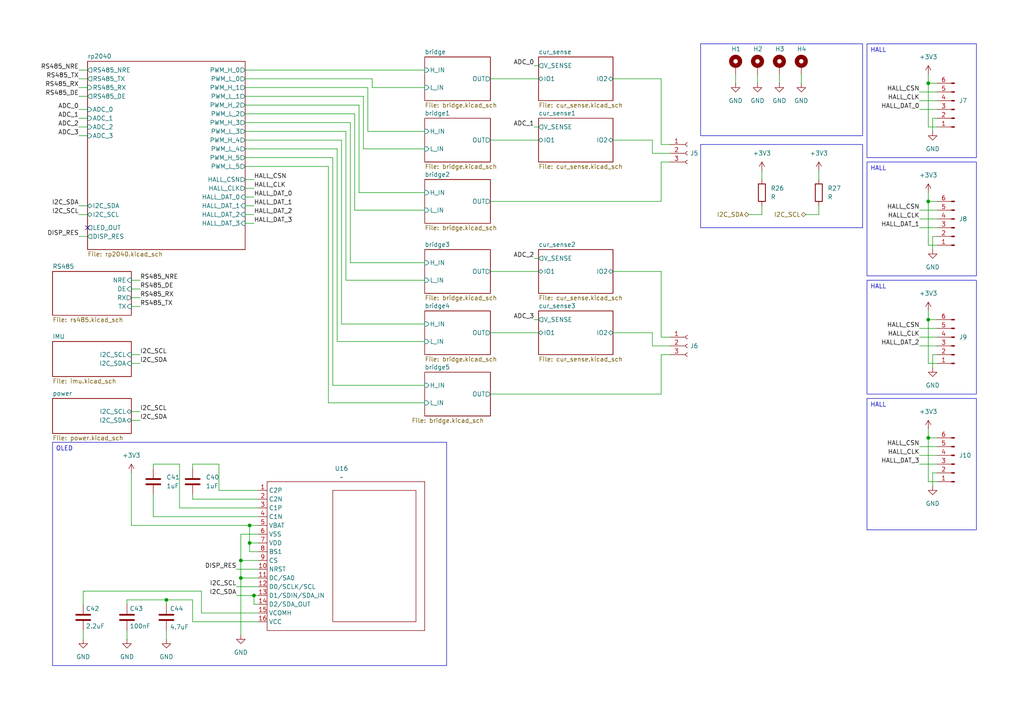
<source format=kicad_sch>
(kicad_sch (version 20231120) (generator "eeschema") (generator_version "8.0")
  (paper "A4")
  (lib_symbols
    (symbol "Connector:Conn_01x03_Socket" (pin_names (offset 1.016) hide)
      (property "Reference" "J" (at 0 5.08 0))
      (property "Value" "Conn_01x03_Socket" (at 0 -5.08 0))
      (symbol "Conn_01x03_Socket_1_1"
        (arc (start 0 -2.032) (mid -0.5058 -2.54) (end 0 -3.048) (stroke (width 0.1524)))
        (polyline (pts (xy -1.27 -2.54) (xy -0.508 -2.54)) (stroke (width 0.1524)))
        (polyline (pts (xy -1.27 0) (xy -0.508 0)) (stroke (width 0.1524)))
        (polyline (pts (xy -1.27 2.54) (xy -0.508 2.54)) (stroke (width 0.1524)))
        (arc (start 0 0.508) (mid -0.5058 0) (end 0 -0.508) (stroke (width 0.1524)))
        (arc (start 0 3.048) (mid -0.5058 2.54) (end 0 2.032) (stroke (width 0.1524)))
        (pin passive line (at -5.08 2.54 0) (length 3.81) (name "Pin_1") (number "1"))
        (pin passive line (at -5.08 0 0) (length 3.81) (name "Pin_2") (number "2"))
        (pin passive line (at -5.08 -2.54 0) (length 3.81) (name "Pin_3") (number "3"))
      )
    )
    (symbol "Connector:Conn_01x06_Pin" (pin_names (offset 1.016) hide)
      (property "Reference" "J" (at 0 7.62 0))
      (property "Value" "Conn_01x06_Pin" (at 0 -10.16 0))
      (symbol "Conn_01x06_Pin_1_1"
        (polyline (pts (xy 1.27 -7.62) (xy 0.8636 -7.62)) (stroke (width 0.1524)))
        (polyline (pts (xy 1.27 -5.08) (xy 0.8636 -5.08)) (stroke (width 0.1524)))
        (polyline (pts (xy 1.27 -2.54) (xy 0.8636 -2.54)) (stroke (width 0.1524)))
        (polyline (pts (xy 1.27 0) (xy 0.8636 0)) (stroke (width 0.1524)))
        (polyline (pts (xy 1.27 2.54) (xy 0.8636 2.54)) (stroke (width 0.1524)))
        (polyline (pts (xy 1.27 5.08) (xy 0.8636 5.08)) (stroke (width 0.1524)))
        (rectangle (start 0.8636 -7.493) (end 0 -7.747) (stroke (width 0.1524)) (fill (type outline)))
        (rectangle (start 0.8636 -4.953) (end 0 -5.207) (stroke (width 0.1524)) (fill (type outline)))
        (rectangle (start 0.8636 -2.413) (end 0 -2.667) (stroke (width 0.1524)) (fill (type outline)))
        (rectangle (start 0.8636 0.127) (end 0 -0.127) (stroke (width 0.1524)) (fill (type outline)))
        (rectangle (start 0.8636 2.667) (end 0 2.413) (stroke (width 0.1524)) (fill (type outline)))
        (rectangle (start 0.8636 5.207) (end 0 4.953) (stroke (width 0.1524)) (fill (type outline)))
        (pin passive line (at 5.08 5.08 180) (length 3.81) (name "Pin_1") (number "1"))
        (pin passive line (at 5.08 2.54 180) (length 3.81) (name "Pin_2") (number "2"))
        (pin passive line (at 5.08 0 180) (length 3.81) (name "Pin_3") (number "3"))
        (pin passive line (at 5.08 -2.54 180) (length 3.81) (name "Pin_4") (number "4"))
        (pin passive line (at 5.08 -5.08 180) (length 3.81) (name "Pin_5") (number "5"))
        (pin passive line (at 5.08 -7.62 180) (length 3.81) (name "Pin_6") (number "6"))
      )
    )
    (symbol "Device:C" (pin_numbers hide) (pin_names (offset 0.254))
      (property "Reference" "C" (at 0.635 2.54 0))
      (property "Value" "C" (at 0.635 -2.54 0))
      (symbol "C_0_1"
        (polyline (pts (xy -2.032 -0.762) (xy 2.032 -0.762)) (stroke (width 0.508)))
        (polyline (pts (xy -2.032 0.762) (xy 2.032 0.762)) (stroke (width 0.508)))
      )
      (symbol "C_1_1"
        (pin passive line (at 0 3.81 270) (length 2.794) (name "~") (number "1"))
        (pin passive line (at 0 -3.81 90) (length 2.794) (name "~") (number "2"))
      )
    )
    (symbol "Device:R" (pin_numbers hide) (pin_names (offset 0))
      (property "Reference" "R" (at 2.032 0 90))
      (property "Value" "R" (at 0 0 90))
      (symbol "R_0_1"
        (rectangle (start -1.016 -2.54) (end 1.016 2.54) (stroke (width 0.254)))
      )
      (symbol "R_1_1"
        (pin passive line (at 0 3.81 270) (length 1.27) (name "~") (number "1"))
        (pin passive line (at 0 -3.81 90) (length 1.27) (name "~") (number "2"))
      )
    )
    (symbol "Mechanical:MountingHole_Pad" (pin_numbers hide) (pin_names (offset 1.016) hide) (exclude_from_sim yes) (in_bom no)
      (property "Reference" "H" (at 0 6.35 0))
      (property "Value" "MountingHole_Pad" (at 0 4.445 0))
      (symbol "MountingHole_Pad_0_1"
        (circle (center 0 1.27) (radius 1.27) (stroke (width 1.27)))
      )
      (symbol "MountingHole_Pad_1_1"
        (pin input line (at 0 -2.54 90) (length 2.54) (name "1") (number "1"))
      )
    )
    (symbol "power:+3V3" (power) (pin_numbers hide) (pin_names (offset 0) hide)
      (property "Value" "+3V3" (at 0 3.556 0))
      (symbol "+3V3_0_1"
        (polyline (pts (xy -0.762 1.27) (xy 0 2.54)))
        (polyline (pts (xy 0 0) (xy 0 2.54)))
        (polyline (pts (xy 0 2.54) (xy 0.762 1.27)))
      )
      (symbol "+3V3_1_1"
        (pin power_in line (at 0 0 90) (length 0) (name "~") (number "1"))
      )
    )
    (symbol "power:GND" (power) (pin_numbers hide) (pin_names (offset 0) hide)
      (property "Value" "GND" (at 0 -3.81 0))
      (symbol "GND_0_1"
        (polyline (pts (xy 0 0) (xy 0 -1.27) (xy 1.27 -1.27) (xy 0 -2.54) (xy -1.27 -1.27) (xy 0 -1.27)))
      )
      (symbol "GND_1_1"
        (pin power_in line (at 0 0 270) (length 0) (name "~") (number "1"))
      )
    )
    (symbol "unicorn_lib:OLED"
      (property "Reference" "U" (at -13.97 7.62 0))
      (symbol "OLED_0_1"
        (rectangle (start -19.05 21.59) (end 26.67 -21.59))
        (rectangle (start 0 19.05) (end 24.13 -19.05))
      )
      (symbol "OLED_1_1"
        (pin bidirectional line (at -21.59 19.05 0) (length 2.54) (name "C2P") (number "1"))
        (pin bidirectional line (at -21.59 -3.81 0) (length 2.54) (name "NRST") (number "10"))
        (pin bidirectional line (at -21.59 -6.35 0) (length 2.54) (name "DC/SA0") (number "11"))
        (pin bidirectional line (at -21.59 -8.89 0) (length 2.54) (name "D0/SCLK/SCL") (number "12"))
        (pin bidirectional line (at -21.59 -11.43 0) (length 2.54) (name "D1/SDIN/SDA_IN") (number "13"))
        (pin bidirectional line (at -21.59 -13.97 0) (length 2.54) (name "D2/SDA_OUT") (number "14"))
        (pin bidirectional line (at -21.59 -16.51 0) (length 2.54) (name "VCOMH") (number "15"))
        (pin bidirectional line (at -21.59 -19.05 0) (length 2.54) (name "VCC") (number "16"))
        (pin bidirectional line (at -21.59 16.51 0) (length 2.54) (name "C2N") (number "2"))
        (pin bidirectional line (at -21.59 13.97 0) (length 2.54) (name "C1P") (number "3"))
        (pin bidirectional line (at -21.59 11.43 0) (length 2.54) (name "C1N") (number "4"))
        (pin bidirectional line (at -21.59 8.89 0) (length 2.54) (name "VBAT") (number "5"))
        (pin bidirectional line (at -21.59 6.35 0) (length 2.54) (name "VSS") (number "6"))
        (pin bidirectional line (at -21.59 3.81 0) (length 2.54) (name "VDD") (number "7"))
        (pin bidirectional line (at -21.59 1.27 0) (length 2.54) (name "BS1") (number "8"))
        (pin bidirectional line (at -21.59 -1.27 0) (length 2.54) (name "CS") (number "9"))
      )
    )
  )
  (junction (at 269.24 58.42))
  (junction (at 72.39 157.48))
  (junction (at 72.39 152.4))
  (junction (at 269.24 92.71))
  (junction (at 73.66 172.72))
  (junction (at 69.85 162.56))
  (junction (at 69.85 167.64))
  (junction (at 48.26 173.99))
  (junction (at 269.24 24.13))
  (junction (at 269.24 127))
  (no_connect (at 25.4 66.04))
  (wire (pts (xy 55.88 144.78) (xy 55.88 143.51)))
  (wire (pts (xy 97.79 43.18) (xy 71.12 43.18)))
  (wire (pts (xy 99.06 40.64) (xy 99.06 93.98)))
  (wire (pts (xy 95.25 116.84) (xy 95.25 48.26)))
  (wire (pts (xy 107.95 25.4) (xy 123.19 25.4)))
  (wire (pts (xy 142.24 58.42) (xy 191.77 58.42)))
  (wire (pts (xy 100.33 81.28) (xy 100.33 38.1)))
  (wire (pts (xy 269.24 24.13) (xy 271.78 24.13)))
  (wire (pts (xy 266.7 31.75) (xy 271.78 31.75)))
  (wire (pts (xy 123.19 60.96) (xy 102.87 60.96)))
  (wire (pts (xy 154.94 74.93) (xy 156.21 74.93)))
  (wire (pts (xy 105.41 43.18) (xy 123.19 43.18)))
  (wire (pts (xy 177.8 96.52) (xy 189.23 96.52)))
  (wire (pts (xy 55.88 173.99) (xy 55.88 180.34)))
  (wire (pts (xy 107.95 22.86) (xy 107.95 25.4)))
  (wire (pts (xy 71.12 27.94) (xy 105.41 27.94)))
  (wire (pts (xy 142.24 114.3) (xy 191.77 114.3)))
  (wire (pts (xy 38.1 137.16) (xy 38.1 152.4)))
  (wire (pts (xy 72.39 157.48) (xy 72.39 160.02)))
  (wire (pts (xy 213.36 21.59) (xy 213.36 24.13)))
  (wire (pts (xy 40.64 121.92) (xy 38.1 121.92)))
  (wire (pts (xy 68.58 170.18) (xy 74.93 170.18)))
  (wire (pts (xy 44.45 143.51) (xy 44.45 149.86)))
  (wire (pts (xy 22.86 25.4) (xy 25.4 25.4)))
  (wire (pts (xy 99.06 93.98) (xy 123.19 93.98)))
  (wire (pts (xy 269.24 36.83) (xy 269.24 24.13)))
  (wire (pts (xy 269.24 71.12) (xy 269.24 58.42)))
  (wire (pts (xy 269.24 58.42) (xy 271.78 58.42)))
  (wire (pts (xy 266.7 66.04) (xy 271.78 66.04)))
  (wire (pts (xy 52.07 134.62) (xy 52.07 147.32)))
  (wire (pts (xy 270.51 34.29) (xy 271.78 34.29)))
  (wire (pts (xy 191.77 41.91) (xy 194.31 41.91)))
  (wire (pts (xy 22.86 36.83) (xy 25.4 36.83)))
  (wire (pts (xy 69.85 154.94) (xy 74.93 154.94)))
  (wire (pts (xy 40.64 81.28) (xy 38.1 81.28)))
  (wire (pts (xy 40.64 86.36) (xy 38.1 86.36)))
  (wire (pts (xy 232.41 21.59) (xy 232.41 24.13)))
  (wire (pts (xy 71.12 22.86) (xy 107.95 22.86)))
  (wire (pts (xy 96.52 111.76) (xy 123.19 111.76)))
  (wire (pts (xy 48.26 182.88) (xy 48.26 185.42)))
  (wire (pts (xy 191.77 58.42) (xy 191.77 46.99)))
  (wire (pts (xy 40.64 102.87) (xy 38.1 102.87)))
  (wire (pts (xy 58.42 171.45) (xy 24.13 171.45)))
  (wire (pts (xy 24.13 171.45) (xy 24.13 175.26)))
  (wire (pts (xy 71.12 40.64) (xy 99.06 40.64)))
  (wire (pts (xy 104.14 30.48) (xy 104.14 55.88)))
  (wire (pts (xy 269.24 92.71) (xy 271.78 92.71)))
  (wire (pts (xy 71.12 25.4) (xy 106.68 25.4)))
  (wire (pts (xy 154.94 36.83) (xy 156.21 36.83)))
  (wire (pts (xy 271.78 105.41) (xy 269.24 105.41)))
  (wire (pts (xy 48.26 173.99) (xy 55.88 173.99)))
  (wire (pts (xy 40.64 119.38) (xy 38.1 119.38)))
  (wire (pts (xy 269.24 58.42) (xy 269.24 55.88)))
  (wire (pts (xy 40.64 83.82) (xy 38.1 83.82)))
  (wire (pts (xy 270.51 38.1) (xy 270.51 34.29)))
  (wire (pts (xy 22.86 31.75) (xy 25.4 31.75)))
  (wire (pts (xy 74.93 175.26) (xy 73.66 175.26)))
  (wire (pts (xy 266.7 63.5) (xy 271.78 63.5)))
  (wire (pts (xy 237.49 49.53) (xy 237.49 52.07)))
  (wire (pts (xy 269.24 105.41) (xy 269.24 92.71)))
  (wire (pts (xy 220.98 49.53) (xy 220.98 52.07)))
  (wire (pts (xy 271.78 71.12) (xy 269.24 71.12)))
  (wire (pts (xy 71.12 54.61) (xy 73.66 54.61)))
  (wire (pts (xy 191.77 114.3) (xy 191.77 102.87)))
  (wire (pts (xy 106.68 25.4) (xy 106.68 38.1)))
  (wire (pts (xy 55.88 144.78) (xy 74.93 144.78)))
  (wire (pts (xy 73.66 172.72) (xy 73.66 175.26)))
  (wire (pts (xy 36.83 173.99) (xy 48.26 173.99)))
  (wire (pts (xy 22.86 20.32) (xy 25.4 20.32)))
  (wire (pts (xy 101.6 35.56) (xy 101.6 76.2)))
  (wire (pts (xy 266.7 134.62) (xy 271.78 134.62)))
  (wire (pts (xy 48.26 173.99) (xy 48.26 175.26)))
  (wire (pts (xy 73.66 172.72) (xy 74.93 172.72)))
  (wire (pts (xy 55.88 134.62) (xy 63.5 134.62)))
  (wire (pts (xy 44.45 135.89) (xy 44.45 134.62)))
  (wire (pts (xy 191.77 46.99) (xy 194.31 46.99)))
  (wire (pts (xy 269.24 24.13) (xy 269.24 21.59)))
  (wire (pts (xy 270.51 72.39) (xy 270.51 68.58)))
  (wire (pts (xy 237.49 62.23) (xy 237.49 59.69)))
  (wire (pts (xy 22.86 22.86) (xy 25.4 22.86)))
  (wire (pts (xy 71.12 52.07) (xy 73.66 52.07)))
  (wire (pts (xy 191.77 78.74) (xy 191.77 97.79)))
  (wire (pts (xy 69.85 167.64) (xy 69.85 162.56)))
  (wire (pts (xy 106.68 38.1) (xy 123.19 38.1)))
  (wire (pts (xy 189.23 40.64) (xy 189.23 44.45)))
  (wire (pts (xy 104.14 55.88) (xy 123.19 55.88)))
  (wire (pts (xy 271.78 36.83) (xy 269.24 36.83)))
  (wire (pts (xy 191.77 102.87) (xy 194.31 102.87)))
  (wire (pts (xy 270.51 140.97) (xy 270.51 137.16)))
  (wire (pts (xy 123.19 99.06) (xy 97.79 99.06)))
  (wire (pts (xy 269.24 127) (xy 271.78 127)))
  (wire (pts (xy 22.86 62.23) (xy 25.4 62.23)))
  (wire (pts (xy 96.52 45.72) (xy 96.52 111.76)))
  (wire (pts (xy 69.85 167.64) (xy 74.93 167.64)))
  (wire (pts (xy 226.06 21.59) (xy 226.06 24.13)))
  (wire (pts (xy 71.12 45.72) (xy 96.52 45.72)))
  (wire (pts (xy 95.25 48.26) (xy 71.12 48.26)))
  (wire (pts (xy 266.7 95.25) (xy 271.78 95.25)))
  (wire (pts (xy 266.7 100.33) (xy 271.78 100.33)))
  (wire (pts (xy 36.83 182.88) (xy 36.83 185.42)))
  (wire (pts (xy 58.42 177.8) (xy 58.42 171.45)))
  (wire (pts (xy 63.5 134.62) (xy 63.5 142.24)))
  (wire (pts (xy 123.19 116.84) (xy 95.25 116.84)))
  (wire (pts (xy 266.7 29.21) (xy 271.78 29.21)))
  (wire (pts (xy 220.98 62.23) (xy 220.98 59.69)))
  (wire (pts (xy 72.39 152.4) (xy 74.93 152.4)))
  (wire (pts (xy 189.23 96.52) (xy 189.23 100.33)))
  (wire (pts (xy 266.7 26.67) (xy 271.78 26.67)))
  (wire (pts (xy 189.23 44.45) (xy 194.31 44.45)))
  (wire (pts (xy 71.12 59.69) (xy 73.66 59.69)))
  (wire (pts (xy 269.24 92.71) (xy 269.24 90.17)))
  (wire (pts (xy 69.85 184.15) (xy 69.85 167.64)))
  (wire (pts (xy 22.86 27.94) (xy 25.4 27.94)))
  (wire (pts (xy 63.5 142.24) (xy 74.93 142.24)))
  (wire (pts (xy 219.71 21.59) (xy 219.71 24.13)))
  (wire (pts (xy 68.58 165.1) (xy 74.93 165.1)))
  (wire (pts (xy 266.7 97.79) (xy 271.78 97.79)))
  (wire (pts (xy 74.93 177.8) (xy 58.42 177.8)))
  (wire (pts (xy 74.93 160.02) (xy 72.39 160.02)))
  (wire (pts (xy 191.77 97.79) (xy 194.31 97.79)))
  (wire (pts (xy 269.24 139.7) (xy 269.24 127)))
  (wire (pts (xy 68.58 172.72) (xy 73.66 172.72)))
  (wire (pts (xy 177.8 78.74) (xy 191.77 78.74)))
  (wire (pts (xy 72.39 152.4) (xy 72.39 157.48)))
  (wire (pts (xy 69.85 162.56) (xy 69.85 154.94)))
  (wire (pts (xy 177.8 40.64) (xy 189.23 40.64)))
  (wire (pts (xy 36.83 175.26) (xy 36.83 173.99)))
  (wire (pts (xy 271.78 139.7) (xy 269.24 139.7)))
  (wire (pts (xy 40.64 105.41) (xy 38.1 105.41)))
  (wire (pts (xy 154.94 92.71) (xy 156.21 92.71)))
  (wire (pts (xy 69.85 162.56) (xy 74.93 162.56)))
  (wire (pts (xy 71.12 62.23) (xy 73.66 62.23)))
  (wire (pts (xy 142.24 78.74) (xy 156.21 78.74)))
  (wire (pts (xy 105.41 27.94) (xy 105.41 43.18)))
  (wire (pts (xy 74.93 157.48) (xy 72.39 157.48)))
  (wire (pts (xy 71.12 30.48) (xy 104.14 30.48)))
  (wire (pts (xy 154.94 19.05) (xy 156.21 19.05)))
  (wire (pts (xy 24.13 182.88) (xy 24.13 185.42)))
  (wire (pts (xy 217.17 62.23) (xy 220.98 62.23)))
  (wire (pts (xy 189.23 100.33) (xy 194.31 100.33)))
  (wire (pts (xy 270.51 137.16) (xy 271.78 137.16)))
  (wire (pts (xy 40.64 88.9) (xy 38.1 88.9)))
  (wire (pts (xy 52.07 147.32) (xy 74.93 147.32)))
  (wire (pts (xy 142.24 96.52) (xy 156.21 96.52)))
  (wire (pts (xy 142.24 22.86) (xy 156.21 22.86)))
  (wire (pts (xy 71.12 64.77) (xy 73.66 64.77)))
  (wire (pts (xy 123.19 81.28) (xy 100.33 81.28)))
  (wire (pts (xy 270.51 106.68) (xy 270.51 102.87)))
  (wire (pts (xy 266.7 129.54) (xy 271.78 129.54)))
  (wire (pts (xy 71.12 20.32) (xy 123.19 20.32)))
  (wire (pts (xy 266.7 60.96) (xy 271.78 60.96)))
  (wire (pts (xy 97.79 99.06) (xy 97.79 43.18)))
  (wire (pts (xy 270.51 102.87) (xy 271.78 102.87)))
  (wire (pts (xy 266.7 132.08) (xy 271.78 132.08)))
  (wire (pts (xy 22.86 59.69) (xy 25.4 59.69)))
  (wire (pts (xy 22.86 34.29) (xy 25.4 34.29)))
  (wire (pts (xy 269.24 127) (xy 269.24 124.46)))
  (wire (pts (xy 142.24 40.64) (xy 156.21 40.64)))
  (wire (pts (xy 55.88 135.89) (xy 55.88 134.62)))
  (wire (pts (xy 44.45 134.62) (xy 52.07 134.62)))
  (wire (pts (xy 71.12 57.15) (xy 73.66 57.15)))
  (wire (pts (xy 55.88 180.34) (xy 74.93 180.34)))
  (wire (pts (xy 100.33 38.1) (xy 71.12 38.1)))
  (wire (pts (xy 22.86 39.37) (xy 25.4 39.37)))
  (wire (pts (xy 101.6 76.2) (xy 123.19 76.2)))
  (wire (pts (xy 102.87 33.02) (xy 71.12 33.02)))
  (wire (pts (xy 233.68 62.23) (xy 237.49 62.23)))
  (wire (pts (xy 177.8 22.86) (xy 191.77 22.86)))
  (wire (pts (xy 270.51 68.58) (xy 271.78 68.58)))
  (wire (pts (xy 38.1 152.4) (xy 72.39 152.4)))
  (wire (pts (xy 71.12 35.56) (xy 101.6 35.56)))
  (wire (pts (xy 191.77 22.86) (xy 191.77 41.91)))
  (wire (pts (xy 102.87 60.96) (xy 102.87 33.02)))
  (wire (pts (xy 22.86 68.58) (xy 25.4 68.58)))
  (wire (pts (xy 44.45 149.86) (xy 74.93 149.86)))
  (text_box "HALL" (at 251.46 46.99 0) (size 31.75 33.02) (effects (font (size 1.27 1.27)) (justify left top)))
  (text_box "" (at 203.2 12.7 0) (size 46.99 26.67) (effects (font (size 1.27 1.27)) (justify left top)))
  (text_box "HALL" (at 251.46 12.7 0) (size 31.75 33.02) (effects (font (size 1.27 1.27)) (justify left top)))
  (text_box "OLED" (at 15.24 128.27 0) (size 114.3 64.77) (effects (font (size 1.27 1.27)) (justify left top)))
  (text_box "" (at 203.2 41.91 0) (size 46.99 24.13) (effects (font (size 1.27 1.27)) (justify left top)))
  (text_box "HALL" (at 251.46 81.28 0) (size 31.75 33.02) (effects (font (size 1.27 1.27)) (justify left top)))
  (text_box "HALL" (at 251.46 115.57 0) (size 31.75 38.1) (effects (font (size 1.27 1.27)) (justify left top)))
  (label "HALL_DAT_1" (at 73.66 59.69 0))
  (label "I2C_SDA" (at 40.64 121.92 0))
  (label "RS485_NRE" (at 22.86 20.32 180))
  (label "HALL_DAT_0" (at 73.66 57.15 0))
  (label "I2C_SCL" (at 68.58 170.18 180))
  (label "I2C_SDA" (at 40.64 105.41 0))
  (label "RS485_NRE" (at 40.64 81.28 0))
  (label "HALL_CSN" (at 266.7 26.67 180))
  (label "HALL_DAT_0" (at 266.7 31.75 180))
  (label "RS485_RX" (at 40.64 86.36 0))
  (label "HALL_CLK" (at 266.7 63.5 180))
  (label "I2C_SDA" (at 22.86 59.69 180))
  (label "ADC_3" (at 154.94 92.71 180))
  (label "I2C_SDA" (at 68.58 172.72 180))
  (label "HALL_CLK" (at 73.66 54.61 0))
  (label "HALL_DAT_2" (at 266.7 100.33 180))
  (label "HALL_DAT_3" (at 73.66 64.77 0))
  (label "ADC_1" (at 154.94 36.83 180))
  (label "HALL_CLK" (at 266.7 29.21 180))
  (label "ADC_3" (at 22.86 39.37 180))
  (label "HALL_CSN" (at 266.7 60.96 180))
  (label "HALL_CLK" (at 266.7 132.08 180))
  (label "DISP_RES" (at 22.86 68.58 180))
  (label "RS485_TX" (at 22.86 22.86 180))
  (label "HALL_CSN" (at 73.66 52.07 0))
  (label "I2C_SCL" (at 22.86 62.23 180))
  (label "HALL_CSN" (at 266.7 129.54 180))
  (label "RS485_DE" (at 40.64 83.82 0))
  (label "HALL_DAT_3" (at 266.7 134.62 180))
  (label "ADC_0" (at 154.94 19.05 180))
  (label "I2C_SCL" (at 40.64 102.87 0))
  (label "RS485_DE" (at 22.86 27.94 180))
  (label "I2C_SCL" (at 40.64 119.38 0))
  (label "HALL_DAT_2" (at 73.66 62.23 0))
  (label "ADC_1" (at 22.86 34.29 180))
  (label "RS485_RX" (at 22.86 25.4 180))
  (label "RS485_TX" (at 40.64 88.9 0))
  (label "HALL_CLK" (at 266.7 97.79 180))
  (label "HALL_DAT_1" (at 266.7 66.04 180))
  (label "ADC_2" (at 22.86 36.83 180))
  (label "ADC_2" (at 154.94 74.93 180))
  (label "HALL_CSN" (at 266.7 95.25 180))
  (label "DISP_RES" (at 68.58 165.1 180))
  (label "ADC_0" (at 22.86 31.75 180))
  (hierarchical_label "I2C_SCL" (shape bidirectional) (at 233.68 62.23 180))
  (hierarchical_label "I2C_SDA" (shape bidirectional) (at 217.17 62.23 180))
  (symbol (lib_id "power:+3V3") (at 38.1 137.16 0) (unit 1)
    (property "Reference" "#PWR0140" (effects (hide yes)))
    (property "Value" "+3V3" (at 38.1 132.08 0))
    (property "Description" "Power symbol creates a global label with name \"+3V3\"" (effects (hide yes)))
  )
  (symbol (lib_id "power:GND") (at 270.51 140.97 0) (unit 1)
    (property "Reference" "#PWR0139" (effects (hide yes)))
    (property "Value" "GND" (at 270.51 146.05 0))
    (property "Description" "Power symbol creates a global label with name \"GND\" , ground" (effects (hide yes)))
  )
  (symbol (lib_id "Connector:Conn_01x03_Socket") (at 199.39 100.33 0) (unit 1)
    (property "Reference" "J6" (at 200.152 100.33 0) (effects (justify left)))
    (property "Value" "Conn_01x03_Socket" (effects (hide yes)))
    (property "Description" "Generic connector, single row, 01x03, script generated" (effects (hide yes)))
  )
  (symbol (lib_id "power:+3V3") (at 269.24 90.17 0) (unit 1)
    (property "Reference" "#PWR0136" (effects (hide yes)))
    (property "Value" "+3V3" (at 269.24 85.09 0))
    (property "Description" "Power symbol creates a global label with name \"+3V3\"" (effects (hide yes)))
  )
  (symbol (lib_id "power:GND") (at 226.06 24.13 0) (unit 1)
    (property "Reference" "#PWR092" (effects (hide yes)))
    (property "Value" "GND" (at 226.06 29.21 0))
    (property "Description" "Power symbol creates a global label with name \"GND\" , ground" (effects (hide yes)))
  )
  (symbol (lib_id "Device:C") (at 55.88 139.7 0) (unit 1)
    (property "Reference" "C40" (at 59.69 138.4299 0) (effects (justify left)))
    (property "Value" "1uF" (at 59.69 140.9699 0) (effects (justify left)))
    (property "Description" "Unpolarized capacitor" (effects (hide yes)))
  )
  (symbol (lib_id "Device:R") (at 220.98 55.88 0) (unit 1)
    (property "Reference" "R26" (at 223.52 54.6099 0) (effects (justify left)))
    (property "Value" "R" (at 223.52 57.1499 0) (effects (justify left)))
    (property "Description" "Resistor" (effects (hide yes)))
  )
  (symbol (lib_id "power:+3V3") (at 269.24 124.46 0) (unit 1)
    (property "Reference" "#PWR0138" (effects (hide yes)))
    (property "Value" "+3V3" (at 269.24 119.38 0))
    (property "Description" "Power symbol creates a global label with name \"+3V3\"" (effects (hide yes)))
  )
  (symbol (lib_id "power:GND") (at 48.26 185.42 0) (unit 1)
    (property "Reference" "#PWR0142" (effects (hide yes)))
    (property "Value" "GND" (at 48.26 190.5 0))
    (property "Description" "Power symbol creates a global label with name \"GND\" , ground" (effects (hide yes)))
  )
  (symbol (lib_id "Mechanical:MountingHole_Pad") (at 213.36 19.05 0) (unit 1) (exclude_from_sim yes) (in_bom no)
    (property "Reference" "H1" (at 212.09 14.224 0) (effects (justify left)))
    (property "Value" "MountingHole_Pad" (effects (hide yes)))
    (property "Description" "Mounting Hole with connection" (effects (hide yes)))
  )
  (symbol (lib_id "power:GND") (at 69.85 184.15 0) (unit 1)
    (property "Reference" "#PWR0141" (effects (hide yes)))
    (property "Value" "GND" (at 69.85 189.23 0))
    (property "Description" "Power symbol creates a global label with name \"GND\" , ground" (effects (hide yes)))
  )
  (symbol (lib_id "Device:C") (at 36.83 179.07 0) (unit 1)
    (property "Reference" "C43" (at 37.592 176.53 0) (effects (justify left)))
    (property "Value" "100nF" (at 37.592 181.61 0) (effects (justify left)))
    (property "Description" "Unpolarized capacitor" (effects (hide yes)))
  )
  (symbol (lib_id "power:+3V3") (at 269.24 21.59 0) (unit 1)
    (property "Reference" "#PWR0132" (effects (hide yes)))
    (property "Value" "+3V3" (at 269.24 16.51 0))
    (property "Description" "Power symbol creates a global label with name \"+3V3\"" (effects (hide yes)))
  )
  (symbol (lib_id "Connector:Conn_01x06_Pin") (at 276.86 100.33 180) (unit 1)
    (property "Reference" "J9" (at 278.13 97.7899 0) (effects (justify right)))
    (property "Value" "Conn_01x06_Pin" (effects (hide yes)))
    (property "Description" "Generic connector, single row, 01x06, script generated" (effects (hide yes)))
  )
  (symbol (lib_id "power:GND") (at 270.51 38.1 0) (unit 1)
    (property "Reference" "#PWR0133" (effects (hide yes)))
    (property "Value" "GND" (at 270.51 43.18 0))
    (property "Description" "Power symbol creates a global label with name \"GND\" , ground" (effects (hide yes)))
  )
  (symbol (lib_id "power:+3V3") (at 220.98 49.53 0) (unit 1)
    (property "Reference" "#PWR091" (effects (hide yes)))
    (property "Value" "+3V3" (at 220.98 44.45 0))
    (property "Description" "Power symbol creates a global label with name \"+3V3\"" (effects (hide yes)))
  )
  (symbol (lib_id "power:GND") (at 36.83 185.42 0) (unit 1)
    (property "Reference" "#PWR0143" (effects (hide yes)))
    (property "Value" "GND" (at 36.83 190.5 0))
    (property "Description" "Power symbol creates a global label with name \"GND\" , ground" (effects (hide yes)))
  )
  (symbol (lib_id "Device:R") (at 237.49 55.88 0) (unit 1)
    (property "Reference" "R27" (at 240.03 54.6099 0) (effects (justify left)))
    (property "Value" "R" (at 240.03 57.1499 0) (effects (justify left)))
    (property "Description" "Resistor" (effects (hide yes)))
  )
  (symbol (lib_id "power:GND") (at 24.13 185.42 0) (unit 1)
    (property "Reference" "#PWR0144" (effects (hide yes)))
    (property "Value" "GND" (at 24.13 190.5 0))
    (property "Description" "Power symbol creates a global label with name \"GND\" , ground" (effects (hide yes)))
  )
  (symbol (lib_id "Mechanical:MountingHole_Pad") (at 226.06 19.05 0) (unit 1) (exclude_from_sim yes) (in_bom no)
    (property "Reference" "H3" (at 224.79 14.224 0) (effects (justify left)))
    (property "Value" "MountingHole_Pad" (effects (hide yes)))
    (property "Description" "Mounting Hole with connection" (effects (hide yes)))
  )
  (symbol (lib_id "Connector:Conn_01x03_Socket") (at 199.39 44.45 0) (unit 1)
    (property "Reference" "J5" (at 200.152 44.45 0) (effects (justify left)))
    (property "Value" "Conn_01x03_Socket" (effects (hide yes)))
    (property "Description" "Generic connector, single row, 01x03, script generated" (effects (hide yes)))
  )
  (symbol (lib_id "power:GND") (at 213.36 24.13 0) (unit 1)
    (property "Reference" "#PWR089" (effects (hide yes)))
    (property "Value" "GND" (at 213.36 29.21 0))
    (property "Description" "Power symbol creates a global label with name \"GND\" , ground" (effects (hide yes)))
  )
  (symbol (lib_id "Mechanical:MountingHole_Pad") (at 232.41 19.05 0) (unit 1) (exclude_from_sim yes) (in_bom no)
    (property "Reference" "H4" (at 231.14 14.224 0) (effects (justify left)))
    (property "Value" "MountingHole_Pad" (effects (hide yes)))
    (property "Description" "Mounting Hole with connection" (effects (hide yes)))
  )
  (symbol (lib_id "power:GND") (at 219.71 24.13 0) (unit 1)
    (property "Reference" "#PWR090" (effects (hide yes)))
    (property "Value" "GND" (at 219.71 29.21 0))
    (property "Description" "Power symbol creates a global label with name \"GND\" , ground" (effects (hide yes)))
  )
  (symbol (lib_id "power:+3V3") (at 269.24 55.88 0) (unit 1)
    (property "Reference" "#PWR0134" (effects (hide yes)))
    (property "Value" "+3V3" (at 269.24 50.8 0))
    (property "Description" "Power symbol creates a global label with name \"+3V3\"" (effects (hide yes)))
  )
  (symbol (lib_id "Connector:Conn_01x06_Pin") (at 276.86 66.04 180) (unit 1)
    (property "Reference" "J8" (at 278.13 63.4999 0) (effects (justify right)))
    (property "Value" "Conn_01x06_Pin" (effects (hide yes)))
    (property "Description" "Generic connector, single row, 01x06, script generated" (effects (hide yes)))
  )
  (symbol (lib_id "unicorn_lib:OLED") (at 96.52 161.29 0) (unit 1)
    (property "Reference" "U16" (at 99.06 135.89 0))
    (property "Value" "~" (at 99.06 138.43 0))
  )
  (symbol (lib_id "Connector:Conn_01x06_Pin") (at 276.86 31.75 180) (unit 1)
    (property "Reference" "J7" (at 278.13 29.2099 0) (effects (justify right)))
    (property "Value" "Conn_01x06_Pin" (effects (hide yes)))
    (property "Description" "Generic connector, single row, 01x06, script generated" (effects (hide yes)))
  )
  (symbol (lib_id "Device:C") (at 44.45 139.7 0) (unit 1)
    (property "Reference" "C41" (at 48.26 138.4299 0) (effects (justify left)))
    (property "Value" "1uF" (at 48.26 140.9699 0) (effects (justify left)))
    (property "Description" "Unpolarized capacitor" (effects (hide yes)))
  )
  (symbol (lib_id "Connector:Conn_01x06_Pin") (at 276.86 134.62 180) (unit 1)
    (property "Reference" "J10" (at 278.13 132.0799 0) (effects (justify right)))
    (property "Value" "Conn_01x06_Pin" (effects (hide yes)))
    (property "Description" "Generic connector, single row, 01x06, script generated" (effects (hide yes)))
  )
  (symbol (lib_id "Device:C") (at 24.13 179.07 0) (unit 1)
    (property "Reference" "C42" (at 24.892 176.53 0) (effects (justify left)))
    (property "Value" "2.2uF" (at 24.892 181.61 0) (effects (justify left)))
    (property "Description" "Unpolarized capacitor" (effects (hide yes)))
  )
  (symbol (lib_id "power:GND") (at 270.51 72.39 0) (unit 1)
    (property "Reference" "#PWR0135" (effects (hide yes)))
    (property "Value" "GND" (at 270.51 77.47 0))
    (property "Description" "Power symbol creates a global label with name \"GND\" , ground" (effects (hide yes)))
  )
  (symbol (lib_id "Device:C") (at 48.26 179.07 0) (unit 1)
    (property "Reference" "C44" (at 49.276 176.53 0) (effects (justify left)))
    (property "Value" "4.7uF" (at 49.276 181.864 0) (effects (justify left)))
    (property "Description" "Unpolarized capacitor" (effects (hide yes)))
  )
  (symbol (lib_id "power:GND") (at 232.41 24.13 0) (unit 1)
    (property "Reference" "#PWR0130" (effects (hide yes)))
    (property "Value" "GND" (at 232.41 29.21 0))
    (property "Description" "Power symbol creates a global label with name \"GND\" , ground" (effects (hide yes)))
  )
  (symbol (lib_id "Mechanical:MountingHole_Pad") (at 219.71 19.05 0) (unit 1) (exclude_from_sim yes) (in_bom no)
    (property "Reference" "H2" (at 218.44 14.224 0) (effects (justify left)))
    (property "Value" "MountingHole_Pad" (effects (hide yes)))
    (property "Description" "Mounting Hole with connection" (effects (hide yes)))
  )
  (symbol (lib_id "power:+3V3") (at 237.49 49.53 0) (unit 1)
    (property "Reference" "#PWR0131" (effects (hide yes)))
    (property "Value" "+3V3" (at 237.49 44.45 0))
    (property "Description" "Power symbol creates a global label with name \"+3V3\"" (effects (hide yes)))
  )
  (symbol (lib_id "power:GND") (at 270.51 106.68 0) (unit 1)
    (property "Reference" "#PWR0137" (effects (hide yes)))
    (property "Value" "GND" (at 270.51 111.76 0))
    (property "Description" "Power symbol creates a global label with name \"GND\" , ground" (effects (hide yes)))
  )
  (sheet (at 123.19 72.39) (size 19.05 12.7) (stroke (width 0.1524))
    (property "Sheetname" "bridge3" (at 123.19 71.6784 0) (effects (justify left bottom)))
    (property "Sheetfile" "bridge.kicad_sch" (at 123.19 85.6746 0) (effects (justify left top)))
    (pin "H_IN" input (at 123.19 76.2 180))
    (pin "L_IN" input (at 123.19 81.28 180))
    (pin "OUT" output (at 142.24 78.74 0))
  )
  (sheet (at 15.24 78.74) (size 22.86 12.7) (stroke (width 0.1524))
    (property "Sheetname" "RS485" (at 15.24 78.0284 0) (effects (justify left bottom)))
    (property "Sheetfile" "rs485.kicad_sch" (at 15.24 92.0246 0) (effects (justify left top)))
    (pin "NRE" input (at 38.1 81.28 0))
    (pin "DE" input (at 38.1 83.82 0))
    (pin "RX" output (at 38.1 86.36 0))
    (pin "TX" input (at 38.1 88.9 0))
  )
  (sheet (at 123.19 52.07) (size 19.05 12.7) (stroke (width 0.1524))
    (property "Sheetname" "bridge2" (at 123.19 51.3584 0) (effects (justify left bottom)))
    (property "Sheetfile" "bridge.kicad_sch" (at 123.19 65.3546 0) (effects (justify left top)))
    (pin "H_IN" input (at 123.19 55.88 180))
    (pin "L_IN" input (at 123.19 60.96 180))
    (pin "OUT" output (at 142.24 58.42 0))
  )
  (sheet (at 123.19 90.17) (size 19.05 12.7) (stroke (width 0.1524))
    (property "Sheetname" "bridge4" (at 123.19 89.4584 0) (effects (justify left bottom)))
    (property "Sheetfile" "bridge.kicad_sch" (at 123.19 103.4546 0) (effects (justify left top)))
    (pin "H_IN" input (at 123.19 93.98 180))
    (pin "L_IN" input (at 123.19 99.06 180))
    (pin "OUT" output (at 142.24 96.52 0))
  )
  (sheet (at 123.19 107.95) (size 19.05 12.7) (stroke (width 0.1524))
    (property "Sheetname" "bridge5" (at 123.19 107.2384 0) (effects (justify left bottom)))
    (property "Sheetfile" "bridge.kicad_sch" (at 119.38 121.2346 0) (effects (justify left top)))
    (pin "H_IN" input (at 123.19 111.76 180))
    (pin "L_IN" input (at 123.19 116.84 180))
    (pin "OUT" output (at 142.24 114.3 0))
  )
  (sheet (at 123.19 16.51) (size 19.05 12.7) (stroke (width 0.1524))
    (property "Sheetname" "bridge" (at 123.19 15.7984 0) (effects (justify left bottom)))
    (property "Sheetfile" "bridge.kicad_sch" (at 123.19 29.7946 0) (effects (justify left top)))
    (pin "H_IN" input (at 123.19 20.32 180))
    (pin "L_IN" input (at 123.19 25.4 180))
    (pin "OUT" output (at 142.24 22.86 0))
  )
  (sheet (at 156.21 72.39) (size 21.59 12.7) (stroke (width 0.1524))
    (property "Sheetname" "cur_sense2" (at 156.21 71.6784 0) (effects (justify left bottom)))
    (property "Sheetfile" "cur_sense.kicad_sch" (at 156.21 85.6746 0) (effects (justify left top)))
    (pin "V_SENSE" output (at 156.21 74.93 180))
    (pin "IO2" bidirectional (at 177.8 78.74 0))
    (pin "IO1" bidirectional (at 156.21 78.74 180))
  )
  (sheet (at 123.19 34.29) (size 19.05 12.7) (stroke (width 0.1524))
    (property "Sheetname" "bridge1" (at 123.19 33.5784 0) (effects (justify left bottom)))
    (property "Sheetfile" "bridge.kicad_sch" (at 123.19 47.5746 0) (effects (justify left top)))
    (pin "H_IN" input (at 123.19 38.1 180))
    (pin "L_IN" input (at 123.19 43.18 180))
    (pin "OUT" output (at 142.24 40.64 0))
  )
  (sheet (at 25.4 17.78) (size 45.72 54.61) (stroke (width 0.1524))
    (property "Sheetname" "rp2040" (at 25.4 17.0684 0) (effects (justify left bottom)))
    (property "Sheetfile" "rp2040.kicad_sch" (at 25.4 72.9746 0) (effects (justify left top)))
    (pin "RS485_DE" output (at 25.4 27.94 180))
    (pin "PWM_H_2" output (at 71.12 30.48 0))
    (pin "PWM_H_0" output (at 71.12 20.32 0))
    (pin "PWM_L_2" output (at 71.12 33.02 0))
    (pin "PWM_L_1" output (at 71.12 27.94 0))
    (pin "PWM_H_1" output (at 71.12 25.4 0))
    (pin "PWM_L_0" output (at 71.12 22.86 0))
    (pin "I2C_SCL" bidirectional (at 25.4 62.23 180))
    (pin "ADC_1" input (at 25.4 34.29 180))
    (pin "ADC_3" input (at 25.4 39.37 180))
    (pin "ADC_2" input (at 25.4 36.83 180))
    (pin "ADC_0" input (at 25.4 31.75 180))
    (pin "RS485_NRE" output (at 25.4 20.32 180))
    (pin "RS485_TX" output (at 25.4 22.86 180))
    (pin "RS485_RX" input (at 25.4 25.4 180))
    (pin "I2C_SDA" bidirectional (at 25.4 59.69 180))
    (pin "LED_OUT" output (at 25.4 66.04 180))
    (pin "PWM_H_5" output (at 71.12 45.72 0))
    (pin "PWM_L_5" output (at 71.12 48.26 0))
    (pin "PWM_L_3" output (at 71.12 38.1 0))
    (pin "PWM_H_4" output (at 71.12 40.64 0))
    (pin "PWM_H_3" output (at 71.12 35.56 0))
    (pin "PWM_L_4" output (at 71.12 43.18 0))
    (pin "DISP_RES" output (at 25.4 68.58 180))
    (pin "HALL_DAT_0" input (at 71.12 57.15 0))
    (pin "HALL_DAT_2" input (at 71.12 62.23 0))
    (pin "HALL_DAT_1" input (at 71.12 59.69 0))
    (pin "HALL_DAT_3" input (at 71.12 64.77 0))
    (pin "HALL_CLK" output (at 71.12 54.61 0))
    (pin "HALL_CSN" output (at 71.12 52.07 0))
  )
  (sheet (at 15.24 115.57) (size 22.86 10.16) (stroke (width 0.1524))
    (property "Sheetname" "power" (at 15.24 114.8584 0) (effects (justify left bottom)))
    (property "Sheetfile" "power.kicad_sch" (at 15.24 126.3146 0) (effects (justify left top)))
    (pin "I2C_SCL" bidirectional (at 38.1 119.38 0))
    (pin "I2C_SDA" bidirectional (at 38.1 121.92 0))
  )
  (sheet (at 156.21 90.17) (size 21.59 12.7) (stroke (width 0.1524))
    (property "Sheetname" "cur_sense3" (at 156.21 89.4584 0) (effects (justify left bottom)))
    (property "Sheetfile" "cur_sense.kicad_sch" (at 156.21 103.4546 0) (effects (justify left top)))
    (pin "V_SENSE" output (at 156.21 92.71 180))
    (pin "IO2" bidirectional (at 177.8 96.52 0))
    (pin "IO1" bidirectional (at 156.21 96.52 180))
  )
  (sheet (at 15.24 99.06) (size 22.86 10.16) (stroke (width 0.1524))
    (property "Sheetname" "IMU" (at 15.24 98.3484 0) (effects (justify left bottom)))
    (property "Sheetfile" "imu.kicad_sch" (at 15.24 109.8046 0) (effects (justify left top)))
    (pin "I2C_SCL" input (at 38.1 102.87 0))
    (pin "I2C_SDA" input (at 38.1 105.41 0))
  )
  (sheet (at 156.21 16.51) (size 21.59 12.7) (stroke (width 0.1524))
    (property "Sheetname" "cur_sense" (at 156.21 15.7984 0) (effects (justify left bottom)))
    (property "Sheetfile" "cur_sense.kicad_sch" (at 156.21 29.7946 0) (effects (justify left top)))
    (pin "V_SENSE" output (at 156.21 19.05 180))
    (pin "IO2" bidirectional (at 177.8 22.86 0))
    (pin "IO1" bidirectional (at 156.21 22.86 180))
  )
  (sheet (at 156.21 34.29) (size 21.59 12.7) (stroke (width 0.1524))
    (property "Sheetname" "cur_sense1" (at 156.21 33.5784 0) (effects (justify left bottom)))
    (property "Sheetfile" "cur_sense.kicad_sch" (at 156.21 47.5746 0) (effects (justify left top)))
    (pin "V_SENSE" output (at 156.21 36.83 180))
    (pin "IO2" bidirectional (at 177.8 40.64 0))
    (pin "IO1" bidirectional (at 156.21 40.64 180))
  )
)
</source>
